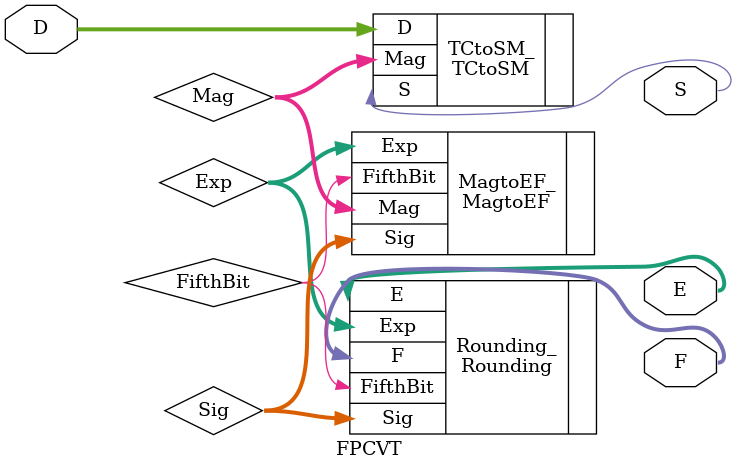
<source format=v>
`timescale 1ns / 1ps
module FPCVT(
    //Inputs
    D,
    //Outputs
    S, E, F
);

    input [11:0] D;
    output S;
    output [2:0] E;
    output [3:0] F;
    
    wire [11:0] Mag;
    wire [2:0] Exp;
    wire [3:0] Sig;
    wire       FifthBit;

TCtoSM TCtoSM_ (//Inputs
                .D      (D),
                //Outputs
                .S      (S),
                .Mag    (Mag));
                
MagtoEF MagtoEF_ (//Inputs
                  .Mag  (Mag),
                  //Outputs
                  .Exp  (Exp),
                  .Sig  (Sig),
                  .FifthBit (FifthBit));
                  
Rounding Rounding_ (//Inputs
                    .Exp    (Exp), 
                    .Sig    (Sig), 
                    .FifthBit   (FifthBit),
                    //Outputs
                    .E      (E),
                    .F      (F));


endmodule

</source>
